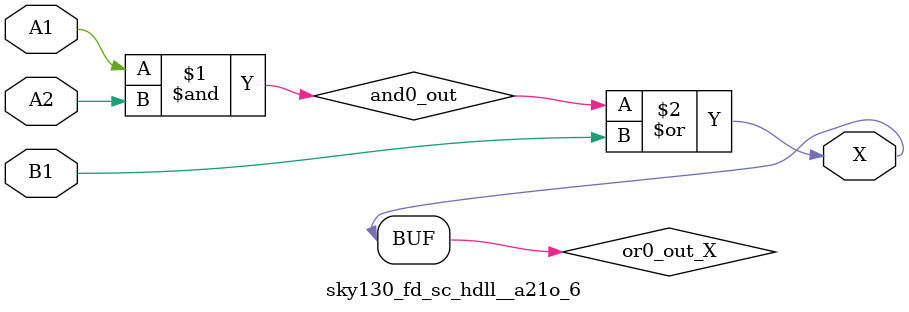
<source format=v>
/*
 * Copyright 2020 The SkyWater PDK Authors
 *
 * Licensed under the Apache License, Version 2.0 (the "License");
 * you may not use this file except in compliance with the License.
 * You may obtain a copy of the License at
 *
 *     https://www.apache.org/licenses/LICENSE-2.0
 *
 * Unless required by applicable law or agreed to in writing, software
 * distributed under the License is distributed on an "AS IS" BASIS,
 * WITHOUT WARRANTIES OR CONDITIONS OF ANY KIND, either express or implied.
 * See the License for the specific language governing permissions and
 * limitations under the License.
 *
 * SPDX-License-Identifier: Apache-2.0
*/


`ifndef SKY130_FD_SC_HDLL__A21O_6_FUNCTIONAL_V
`define SKY130_FD_SC_HDLL__A21O_6_FUNCTIONAL_V

/**
 * a21o: 2-input AND into first input of 2-input OR.
 *
 *       X = ((A1 & A2) | B1)
 *
 * Verilog simulation functional model.
 */

`timescale 1ns / 1ps
`default_nettype none

`celldefine
module sky130_fd_sc_hdll__a21o_6 (
    X ,
    A1,
    A2,
    B1
);

    // Module ports
    output X ;
    input  A1;
    input  A2;
    input  B1;

    // Local signals
    wire and0_out ;
    wire or0_out_X;

    //  Name  Output     Other arguments
    and and0 (and0_out , A1, A2         );
    or  or0  (or0_out_X, and0_out, B1   );
    buf buf0 (X        , or0_out_X      );

endmodule
`endcelldefine

`default_nettype wire
`endif  // SKY130_FD_SC_HDLL__A21O_6_FUNCTIONAL_V

</source>
